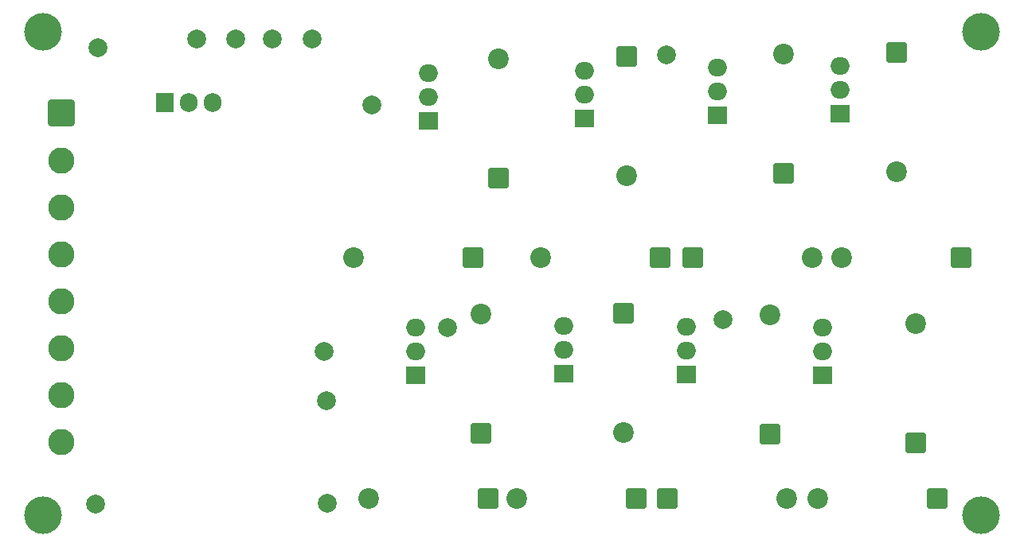
<source format=gbs>
%TF.GenerationSoftware,KiCad,Pcbnew,9.0.2*%
%TF.CreationDate,2025-12-17T22:35:22-05:00*%
%TF.ProjectId,motor-driver,6d6f746f-722d-4647-9269-7665722e6b69,rev?*%
%TF.SameCoordinates,Original*%
%TF.FileFunction,Soldermask,Bot*%
%TF.FilePolarity,Negative*%
%FSLAX46Y46*%
G04 Gerber Fmt 4.6, Leading zero omitted, Abs format (unit mm)*
G04 Created by KiCad (PCBNEW 9.0.2) date 2025-12-17 22:35:22*
%MOMM*%
%LPD*%
G01*
G04 APERTURE LIST*
G04 Aperture macros list*
%AMRoundRect*
0 Rectangle with rounded corners*
0 $1 Rounding radius*
0 $2 $3 $4 $5 $6 $7 $8 $9 X,Y pos of 4 corners*
0 Add a 4 corners polygon primitive as box body*
4,1,4,$2,$3,$4,$5,$6,$7,$8,$9,$2,$3,0*
0 Add four circle primitives for the rounded corners*
1,1,$1+$1,$2,$3*
1,1,$1+$1,$4,$5*
1,1,$1+$1,$6,$7*
1,1,$1+$1,$8,$9*
0 Add four rect primitives between the rounded corners*
20,1,$1+$1,$2,$3,$4,$5,0*
20,1,$1+$1,$4,$5,$6,$7,0*
20,1,$1+$1,$6,$7,$8,$9,0*
20,1,$1+$1,$8,$9,$2,$3,0*%
G04 Aperture macros list end*
%ADD10C,2.000000*%
%ADD11R,2.000000X1.905000*%
%ADD12O,2.000000X1.905000*%
%ADD13RoundRect,0.249999X-0.850001X0.850001X-0.850001X-0.850001X0.850001X-0.850001X0.850001X0.850001X0*%
%ADD14C,2.200000*%
%ADD15C,4.000000*%
%ADD16RoundRect,0.249999X0.850001X0.850001X-0.850001X0.850001X-0.850001X-0.850001X0.850001X-0.850001X0*%
%ADD17RoundRect,0.249999X-0.850001X-0.850001X0.850001X-0.850001X0.850001X0.850001X-0.850001X0.850001X0*%
%ADD18RoundRect,0.249999X0.850001X-0.850001X0.850001X0.850001X-0.850001X0.850001X-0.850001X-0.850001X0*%
%ADD19R,1.905000X2.000000*%
%ADD20O,1.905000X2.000000*%
%ADD21RoundRect,0.250001X-1.149999X1.149999X-1.149999X-1.149999X1.149999X-1.149999X1.149999X1.149999X0*%
%ADD22C,2.800000*%
G04 APERTURE END LIST*
D10*
%TO.C,TP9*%
X77150000Y-80505000D03*
%TD*%
D11*
%TO.C,Q8*%
X130125000Y-83020000D03*
D12*
X130125000Y-80480000D03*
X130125000Y-77940000D03*
%TD*%
D10*
%TO.C,TP11*%
X82175000Y-54205000D03*
%TD*%
%TO.C,TP7*%
X75850000Y-47205000D03*
%TD*%
D13*
%TO.C,D10*%
X108925000Y-76440000D03*
D14*
X108925000Y-89140000D03*
%TD*%
D15*
%TO.C,TP16*%
X146975000Y-97905000D03*
%TD*%
D16*
%TO.C,D18*%
X110275000Y-96140000D03*
D14*
X97575000Y-96140000D03*
%TD*%
D17*
%TO.C,D20*%
X113575000Y-96140000D03*
D14*
X126275000Y-96140000D03*
%TD*%
D15*
%TO.C,TP18*%
X146975000Y-46405000D03*
%TD*%
%TO.C,TP15*%
X47250000Y-46405000D03*
%TD*%
D18*
%TO.C,D9*%
X93825000Y-89200000D03*
D14*
X93825000Y-76500000D03*
%TD*%
D19*
%TO.C,U3*%
X60210000Y-53955000D03*
D20*
X62750000Y-53955000D03*
X65290000Y-53955000D03*
%TD*%
D16*
%TO.C,D15*%
X94575000Y-96100000D03*
D14*
X81875000Y-96100000D03*
%TD*%
D18*
%TO.C,D11*%
X124525000Y-89240000D03*
D14*
X124525000Y-76540000D03*
%TD*%
D10*
%TO.C,TP1*%
X77350000Y-85705000D03*
%TD*%
%TO.C,TP8*%
X77450000Y-96605000D03*
%TD*%
D18*
%TO.C,D8*%
X125975000Y-61505000D03*
D14*
X125975000Y-48805000D03*
%TD*%
D10*
%TO.C,TP12*%
X113550000Y-48905000D03*
%TD*%
D11*
%TO.C,Q2*%
X104825000Y-55645000D03*
D12*
X104825000Y-53105000D03*
X104825000Y-50565000D03*
%TD*%
D17*
%TO.C,D19*%
X116275000Y-70505000D03*
D14*
X128975000Y-70505000D03*
%TD*%
D11*
%TO.C,Q7*%
X115625000Y-82880000D03*
D12*
X115625000Y-80340000D03*
X115625000Y-77800000D03*
%TD*%
D10*
%TO.C,TP6*%
X71650000Y-47205000D03*
%TD*%
D16*
%TO.C,D16*%
X142325000Y-96140000D03*
D14*
X129625000Y-96140000D03*
%TD*%
D18*
%TO.C,D5*%
X95675000Y-62005000D03*
D14*
X95675000Y-49305000D03*
%TD*%
D11*
%TO.C,Q6*%
X102575000Y-82820000D03*
D12*
X102575000Y-80280000D03*
X102575000Y-77740000D03*
%TD*%
D10*
%TO.C,TP14*%
X119525000Y-77040000D03*
%TD*%
D16*
%TO.C,D17*%
X112825000Y-70505000D03*
D14*
X100125000Y-70505000D03*
%TD*%
D21*
%TO.C,J2*%
X49150000Y-55105000D03*
D22*
X49150000Y-60105000D03*
X49150000Y-65105000D03*
X49150000Y-70105000D03*
X49150000Y-75105000D03*
X49150000Y-80105000D03*
X49150000Y-85105000D03*
X49150000Y-90105000D03*
%TD*%
D11*
%TO.C,Q5*%
X86825000Y-82980000D03*
D12*
X86825000Y-80440000D03*
X86825000Y-77900000D03*
%TD*%
D10*
%TO.C,TP3*%
X67750000Y-47205000D03*
%TD*%
%TO.C,TP4*%
X63550000Y-47205000D03*
%TD*%
D15*
%TO.C,TP17*%
X47250000Y-97905000D03*
%TD*%
D11*
%TO.C,Q1*%
X88175000Y-55885000D03*
D12*
X88175000Y-53345000D03*
X88175000Y-50805000D03*
%TD*%
D16*
%TO.C,D13*%
X92925000Y-70505000D03*
D14*
X80225000Y-70505000D03*
%TD*%
D10*
%TO.C,TP10*%
X53050000Y-48105000D03*
%TD*%
D18*
%TO.C,D12*%
X140025000Y-90240000D03*
D14*
X140025000Y-77540000D03*
%TD*%
D13*
%TO.C,D7*%
X137975000Y-48655000D03*
D14*
X137975000Y-61355000D03*
%TD*%
D16*
%TO.C,D14*%
X144825000Y-70505000D03*
D14*
X132125000Y-70505000D03*
%TD*%
D10*
%TO.C,TP2*%
X52850000Y-96705000D03*
%TD*%
D11*
%TO.C,Q3*%
X118975000Y-55345000D03*
D12*
X118975000Y-52805000D03*
X118975000Y-50265000D03*
%TD*%
D11*
%TO.C,Q4*%
X131975000Y-55185000D03*
D12*
X131975000Y-52645000D03*
X131975000Y-50105000D03*
%TD*%
D13*
%TO.C,D6*%
X109275000Y-49055000D03*
D14*
X109275000Y-61755000D03*
%TD*%
D10*
%TO.C,TP13*%
X90225000Y-77900000D03*
%TD*%
M02*

</source>
